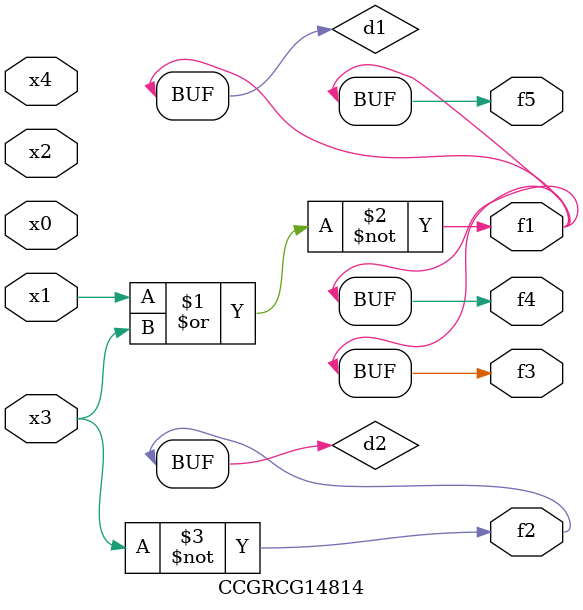
<source format=v>
module CCGRCG14814(
	input x0, x1, x2, x3, x4,
	output f1, f2, f3, f4, f5
);

	wire d1, d2;

	nor (d1, x1, x3);
	not (d2, x3);
	assign f1 = d1;
	assign f2 = d2;
	assign f3 = d1;
	assign f4 = d1;
	assign f5 = d1;
endmodule

</source>
